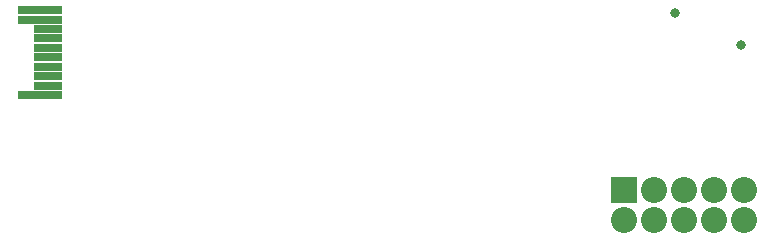
<source format=gbs>
G04 Layer_Color=16711935*
%FSLAX25Y25*%
%MOIN*%
G70*
G01*
G75*
%ADD24R,0.09461X0.03162*%
%ADD26R,0.14579X0.03162*%
%ADD27R,0.08674X0.08674*%
%ADD28C,0.08674*%
%ADD29C,0.03200*%
D24*
X11122Y-12402D02*
D03*
Y-9252D02*
D03*
Y-15551D02*
D03*
Y-21850D02*
D03*
Y-18701D02*
D03*
Y-25000D02*
D03*
Y-28150D02*
D03*
D26*
X8563Y-2953D02*
D03*
Y-6102D02*
D03*
Y-31299D02*
D03*
D27*
X203181Y-63000D02*
D03*
D28*
X213181D02*
D03*
X203181Y-73000D02*
D03*
X213181D02*
D03*
X233181Y-63000D02*
D03*
X223181D02*
D03*
X243181D02*
D03*
X233181Y-73000D02*
D03*
X223181D02*
D03*
X243181D02*
D03*
D29*
X219996Y-4041D02*
D03*
X242164Y-14409D02*
D03*
M02*

</source>
